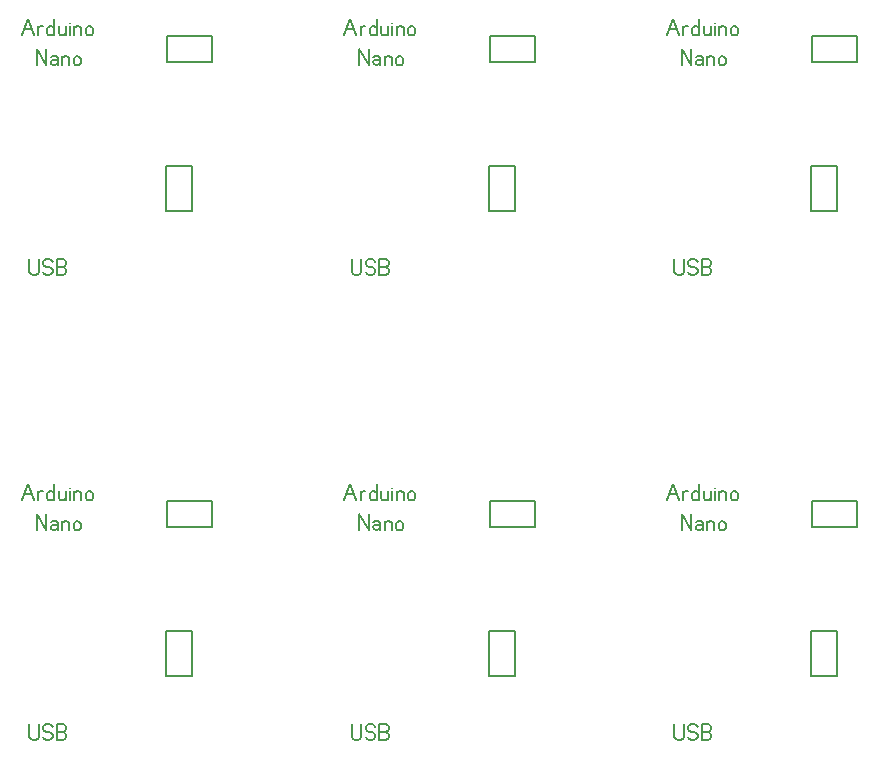
<source format=gbr>
%FSLAX34Y34*%
%MOMM*%
%LNSILK_TOP*%
G71*
G01*
%ADD10C, 0.150*%
%ADD11C, 0.167*%
%LPD*%
G54D10*
X211896Y-232396D02*
X211896Y-210396D01*
X249896Y-210396D01*
X249896Y-232396D01*
X211896Y-232396D01*
G54D10*
X211250Y-320700D02*
X233250Y-320700D01*
X233250Y-358700D01*
X211250Y-358700D01*
X211250Y-320700D01*
G54D11*
X95250Y-399417D02*
X95250Y-410250D01*
X96250Y-411917D01*
X98250Y-412750D01*
X100250Y-412750D01*
X102250Y-411917D01*
X103250Y-410250D01*
X103250Y-399417D01*
G54D11*
X106917Y-410250D02*
X107917Y-411917D01*
X109917Y-412750D01*
X111917Y-412750D01*
X113917Y-411917D01*
X114917Y-410250D01*
X114917Y-408583D01*
X113917Y-406917D01*
X111917Y-406083D01*
X109917Y-406083D01*
X107917Y-405250D01*
X106917Y-403583D01*
X106917Y-401917D01*
X107917Y-400250D01*
X109917Y-399417D01*
X111917Y-399417D01*
X113917Y-400250D01*
X114917Y-401917D01*
G54D11*
X118584Y-412750D02*
X118584Y-399417D01*
X123584Y-399417D01*
X125584Y-400250D01*
X126584Y-401917D01*
X126584Y-403583D01*
X125584Y-405250D01*
X123584Y-406083D01*
X125584Y-406917D01*
X126584Y-408583D01*
X126584Y-410250D01*
X125584Y-411917D01*
X123584Y-412750D01*
X118584Y-412750D01*
G54D11*
X118584Y-406083D02*
X123584Y-406083D01*
G54D11*
X88900Y-209550D02*
X93900Y-196217D01*
X98900Y-209550D01*
G54D11*
X90900Y-204550D02*
X96900Y-204550D01*
G54D11*
X102567Y-209550D02*
X102567Y-202050D01*
G54D11*
X102567Y-203717D02*
X104567Y-202050D01*
X106567Y-202050D01*
G54D11*
X116234Y-209550D02*
X116234Y-196217D01*
G54D11*
X116234Y-204217D02*
X115234Y-202550D01*
X113234Y-202050D01*
X111234Y-202550D01*
X110234Y-204217D01*
X110234Y-207550D01*
X111234Y-209217D01*
X113234Y-209550D01*
X115234Y-209217D01*
X116234Y-207550D01*
G54D11*
X125901Y-202050D02*
X125901Y-209550D01*
G54D11*
X125901Y-207883D02*
X124901Y-209217D01*
X122901Y-209550D01*
X120901Y-209217D01*
X119901Y-207883D01*
X119901Y-202050D01*
G54D11*
X129568Y-209550D02*
X129568Y-202050D01*
G54D11*
X129568Y-199550D02*
X129568Y-199550D01*
G54D11*
X133235Y-209550D02*
X133235Y-202050D01*
G54D11*
X133235Y-203717D02*
X134235Y-202550D01*
X136235Y-202050D01*
X138235Y-202550D01*
X139235Y-203717D01*
X139235Y-209550D01*
G54D11*
X148902Y-207550D02*
X148902Y-204217D01*
X147902Y-202550D01*
X145902Y-202050D01*
X143902Y-202550D01*
X142902Y-204217D01*
X142902Y-207550D01*
X143902Y-209217D01*
X145902Y-209550D01*
X147902Y-209217D01*
X148902Y-207550D01*
G54D11*
X101600Y-234950D02*
X101600Y-221617D01*
X109600Y-234950D01*
X109600Y-221617D01*
G54D11*
X113267Y-228283D02*
X115267Y-227450D01*
X117667Y-227450D01*
X119267Y-229117D01*
X119267Y-234950D01*
G54D11*
X119267Y-232450D02*
X118267Y-230783D01*
X116267Y-230450D01*
X114267Y-230783D01*
X113267Y-232450D01*
X113667Y-234117D01*
X115267Y-234950D01*
X116267Y-234950D01*
X116667Y-234950D01*
X118267Y-234117D01*
X119267Y-232450D01*
G54D11*
X122934Y-234950D02*
X122934Y-227450D01*
G54D11*
X122934Y-229117D02*
X123934Y-227950D01*
X125934Y-227450D01*
X127934Y-227950D01*
X128934Y-229117D01*
X128934Y-234950D01*
G54D11*
X138601Y-232950D02*
X138601Y-229617D01*
X137601Y-227950D01*
X135601Y-227450D01*
X133601Y-227950D01*
X132601Y-229617D01*
X132601Y-232950D01*
X133601Y-234617D01*
X135601Y-234950D01*
X137601Y-234617D01*
X138601Y-232950D01*
G54D10*
X484946Y-232396D02*
X484946Y-210396D01*
X522946Y-210396D01*
X522946Y-232396D01*
X484946Y-232396D01*
G54D10*
X484300Y-320700D02*
X506300Y-320700D01*
X506300Y-358700D01*
X484300Y-358700D01*
X484300Y-320700D01*
G54D11*
X368300Y-399417D02*
X368300Y-410250D01*
X369300Y-411917D01*
X371300Y-412750D01*
X373300Y-412750D01*
X375300Y-411917D01*
X376300Y-410250D01*
X376300Y-399417D01*
G54D11*
X379967Y-410250D02*
X380967Y-411917D01*
X382967Y-412750D01*
X384967Y-412750D01*
X386967Y-411917D01*
X387967Y-410250D01*
X387967Y-408583D01*
X386967Y-406917D01*
X384967Y-406083D01*
X382967Y-406083D01*
X380967Y-405250D01*
X379967Y-403583D01*
X379967Y-401917D01*
X380967Y-400250D01*
X382967Y-399417D01*
X384967Y-399417D01*
X386967Y-400250D01*
X387967Y-401917D01*
G54D11*
X391634Y-412750D02*
X391634Y-399417D01*
X396634Y-399417D01*
X398634Y-400250D01*
X399634Y-401917D01*
X399634Y-403583D01*
X398634Y-405250D01*
X396634Y-406083D01*
X398634Y-406917D01*
X399634Y-408583D01*
X399634Y-410250D01*
X398634Y-411917D01*
X396634Y-412750D01*
X391634Y-412750D01*
G54D11*
X391634Y-406083D02*
X396634Y-406083D01*
G54D11*
X361950Y-209550D02*
X366950Y-196217D01*
X371950Y-209550D01*
G54D11*
X363950Y-204550D02*
X369950Y-204550D01*
G54D11*
X375617Y-209550D02*
X375617Y-202050D01*
G54D11*
X375617Y-203717D02*
X377617Y-202050D01*
X379617Y-202050D01*
G54D11*
X389284Y-209550D02*
X389284Y-196217D01*
G54D11*
X389284Y-204217D02*
X388284Y-202550D01*
X386284Y-202050D01*
X384284Y-202550D01*
X383284Y-204217D01*
X383284Y-207550D01*
X384284Y-209217D01*
X386284Y-209550D01*
X388284Y-209217D01*
X389284Y-207550D01*
G54D11*
X398951Y-202050D02*
X398951Y-209550D01*
G54D11*
X398951Y-207883D02*
X397951Y-209217D01*
X395951Y-209550D01*
X393951Y-209217D01*
X392951Y-207883D01*
X392951Y-202050D01*
G54D11*
X402618Y-209550D02*
X402618Y-202050D01*
G54D11*
X402618Y-199550D02*
X402618Y-199550D01*
G54D11*
X406285Y-209550D02*
X406285Y-202050D01*
G54D11*
X406285Y-203717D02*
X407285Y-202550D01*
X409285Y-202050D01*
X411285Y-202550D01*
X412285Y-203717D01*
X412285Y-209550D01*
G54D11*
X421952Y-207550D02*
X421952Y-204217D01*
X420952Y-202550D01*
X418952Y-202050D01*
X416952Y-202550D01*
X415952Y-204217D01*
X415952Y-207550D01*
X416952Y-209217D01*
X418952Y-209550D01*
X420952Y-209217D01*
X421952Y-207550D01*
G54D11*
X374650Y-234950D02*
X374650Y-221617D01*
X382650Y-234950D01*
X382650Y-221617D01*
G54D11*
X386317Y-228283D02*
X388317Y-227450D01*
X390717Y-227450D01*
X392317Y-229117D01*
X392317Y-234950D01*
G54D11*
X392317Y-232450D02*
X391317Y-230783D01*
X389317Y-230450D01*
X387317Y-230783D01*
X386317Y-232450D01*
X386717Y-234117D01*
X388317Y-234950D01*
X389317Y-234950D01*
X389717Y-234950D01*
X391317Y-234117D01*
X392317Y-232450D01*
G54D11*
X395984Y-234950D02*
X395984Y-227450D01*
G54D11*
X395984Y-229117D02*
X396984Y-227950D01*
X398984Y-227450D01*
X400984Y-227950D01*
X401984Y-229117D01*
X401984Y-234950D01*
G54D11*
X411651Y-232950D02*
X411651Y-229617D01*
X410651Y-227950D01*
X408651Y-227450D01*
X406651Y-227950D01*
X405651Y-229617D01*
X405651Y-232950D01*
X406651Y-234617D01*
X408651Y-234950D01*
X410651Y-234617D01*
X411651Y-232950D01*
G54D10*
X757996Y-232396D02*
X757996Y-210396D01*
X795996Y-210396D01*
X795996Y-232396D01*
X757996Y-232396D01*
G54D10*
X757350Y-320700D02*
X779350Y-320700D01*
X779350Y-358700D01*
X757350Y-358700D01*
X757350Y-320700D01*
G54D11*
X641350Y-399417D02*
X641350Y-410250D01*
X642350Y-411917D01*
X644350Y-412750D01*
X646350Y-412750D01*
X648350Y-411917D01*
X649350Y-410250D01*
X649350Y-399417D01*
G54D11*
X653017Y-410250D02*
X654017Y-411917D01*
X656017Y-412750D01*
X658017Y-412750D01*
X660017Y-411917D01*
X661017Y-410250D01*
X661017Y-408583D01*
X660017Y-406917D01*
X658017Y-406083D01*
X656017Y-406083D01*
X654017Y-405250D01*
X653017Y-403583D01*
X653017Y-401917D01*
X654017Y-400250D01*
X656017Y-399417D01*
X658017Y-399417D01*
X660017Y-400250D01*
X661017Y-401917D01*
G54D11*
X664684Y-412750D02*
X664684Y-399417D01*
X669684Y-399417D01*
X671684Y-400250D01*
X672684Y-401917D01*
X672684Y-403583D01*
X671684Y-405250D01*
X669684Y-406083D01*
X671684Y-406917D01*
X672684Y-408583D01*
X672684Y-410250D01*
X671684Y-411917D01*
X669684Y-412750D01*
X664684Y-412750D01*
G54D11*
X664684Y-406083D02*
X669684Y-406083D01*
G54D11*
X635000Y-209550D02*
X640000Y-196217D01*
X645000Y-209550D01*
G54D11*
X637000Y-204550D02*
X643000Y-204550D01*
G54D11*
X648667Y-209550D02*
X648667Y-202050D01*
G54D11*
X648667Y-203717D02*
X650667Y-202050D01*
X652667Y-202050D01*
G54D11*
X662334Y-209550D02*
X662334Y-196217D01*
G54D11*
X662334Y-204217D02*
X661334Y-202550D01*
X659334Y-202050D01*
X657334Y-202550D01*
X656334Y-204217D01*
X656334Y-207550D01*
X657334Y-209217D01*
X659334Y-209550D01*
X661334Y-209217D01*
X662334Y-207550D01*
G54D11*
X672001Y-202050D02*
X672001Y-209550D01*
G54D11*
X672001Y-207883D02*
X671001Y-209217D01*
X669001Y-209550D01*
X667001Y-209217D01*
X666001Y-207883D01*
X666001Y-202050D01*
G54D11*
X675668Y-209550D02*
X675668Y-202050D01*
G54D11*
X675668Y-199550D02*
X675668Y-199550D01*
G54D11*
X679335Y-209550D02*
X679335Y-202050D01*
G54D11*
X679335Y-203717D02*
X680335Y-202550D01*
X682335Y-202050D01*
X684335Y-202550D01*
X685335Y-203717D01*
X685335Y-209550D01*
G54D11*
X695002Y-207550D02*
X695002Y-204217D01*
X694002Y-202550D01*
X692002Y-202050D01*
X690002Y-202550D01*
X689002Y-204217D01*
X689002Y-207550D01*
X690002Y-209217D01*
X692002Y-209550D01*
X694002Y-209217D01*
X695002Y-207550D01*
G54D11*
X647700Y-234950D02*
X647700Y-221617D01*
X655700Y-234950D01*
X655700Y-221617D01*
G54D11*
X659367Y-228283D02*
X661367Y-227450D01*
X663767Y-227450D01*
X665367Y-229117D01*
X665367Y-234950D01*
G54D11*
X665367Y-232450D02*
X664367Y-230783D01*
X662367Y-230450D01*
X660367Y-230783D01*
X659367Y-232450D01*
X659767Y-234117D01*
X661367Y-234950D01*
X662367Y-234950D01*
X662767Y-234950D01*
X664367Y-234117D01*
X665367Y-232450D01*
G54D11*
X669034Y-234950D02*
X669034Y-227450D01*
G54D11*
X669034Y-229117D02*
X670034Y-227950D01*
X672034Y-227450D01*
X674034Y-227950D01*
X675034Y-229117D01*
X675034Y-234950D01*
G54D11*
X684701Y-232950D02*
X684701Y-229617D01*
X683701Y-227950D01*
X681701Y-227450D01*
X679701Y-227950D01*
X678701Y-229617D01*
X678701Y-232950D01*
X679701Y-234617D01*
X681701Y-234950D01*
X683701Y-234617D01*
X684701Y-232950D01*
G54D10*
X211896Y-626096D02*
X211896Y-604096D01*
X249896Y-604096D01*
X249896Y-626096D01*
X211896Y-626096D01*
G54D10*
X211250Y-714400D02*
X233250Y-714400D01*
X233250Y-752400D01*
X211250Y-752400D01*
X211250Y-714400D01*
G54D11*
X95250Y-793117D02*
X95250Y-803950D01*
X96250Y-805617D01*
X98250Y-806450D01*
X100250Y-806450D01*
X102250Y-805617D01*
X103250Y-803950D01*
X103250Y-793117D01*
G54D11*
X106917Y-803950D02*
X107917Y-805617D01*
X109917Y-806450D01*
X111917Y-806450D01*
X113917Y-805617D01*
X114917Y-803950D01*
X114917Y-802283D01*
X113917Y-800617D01*
X111917Y-799783D01*
X109917Y-799783D01*
X107917Y-798950D01*
X106917Y-797283D01*
X106917Y-795617D01*
X107917Y-793950D01*
X109917Y-793117D01*
X111917Y-793117D01*
X113917Y-793950D01*
X114917Y-795617D01*
G54D11*
X118584Y-806450D02*
X118584Y-793117D01*
X123584Y-793117D01*
X125584Y-793950D01*
X126584Y-795617D01*
X126584Y-797283D01*
X125584Y-798950D01*
X123584Y-799783D01*
X125584Y-800617D01*
X126584Y-802283D01*
X126584Y-803950D01*
X125584Y-805617D01*
X123584Y-806450D01*
X118584Y-806450D01*
G54D11*
X118584Y-799783D02*
X123584Y-799783D01*
G54D11*
X88900Y-603250D02*
X93900Y-589917D01*
X98900Y-603250D01*
G54D11*
X90900Y-598250D02*
X96900Y-598250D01*
G54D11*
X102567Y-603250D02*
X102567Y-595750D01*
G54D11*
X102567Y-597417D02*
X104567Y-595750D01*
X106567Y-595750D01*
G54D11*
X116234Y-603250D02*
X116234Y-589917D01*
G54D11*
X116234Y-597917D02*
X115234Y-596250D01*
X113234Y-595750D01*
X111234Y-596250D01*
X110234Y-597917D01*
X110234Y-601250D01*
X111234Y-602917D01*
X113234Y-603250D01*
X115234Y-602917D01*
X116234Y-601250D01*
G54D11*
X125901Y-595750D02*
X125901Y-603250D01*
G54D11*
X125901Y-601583D02*
X124901Y-602917D01*
X122901Y-603250D01*
X120901Y-602917D01*
X119901Y-601583D01*
X119901Y-595750D01*
G54D11*
X129568Y-603250D02*
X129568Y-595750D01*
G54D11*
X129568Y-593250D02*
X129568Y-593250D01*
G54D11*
X133235Y-603250D02*
X133235Y-595750D01*
G54D11*
X133235Y-597417D02*
X134235Y-596250D01*
X136235Y-595750D01*
X138235Y-596250D01*
X139235Y-597417D01*
X139235Y-603250D01*
G54D11*
X148902Y-601250D02*
X148902Y-597917D01*
X147902Y-596250D01*
X145902Y-595750D01*
X143902Y-596250D01*
X142902Y-597917D01*
X142902Y-601250D01*
X143902Y-602917D01*
X145902Y-603250D01*
X147902Y-602917D01*
X148902Y-601250D01*
G54D11*
X101600Y-628650D02*
X101600Y-615317D01*
X109600Y-628650D01*
X109600Y-615317D01*
G54D11*
X113267Y-621983D02*
X115267Y-621150D01*
X117667Y-621150D01*
X119267Y-622817D01*
X119267Y-628650D01*
G54D11*
X119267Y-626150D02*
X118267Y-624483D01*
X116267Y-624150D01*
X114267Y-624483D01*
X113267Y-626150D01*
X113667Y-627817D01*
X115267Y-628650D01*
X116267Y-628650D01*
X116667Y-628650D01*
X118267Y-627817D01*
X119267Y-626150D01*
G54D11*
X122934Y-628650D02*
X122934Y-621150D01*
G54D11*
X122934Y-622817D02*
X123934Y-621650D01*
X125934Y-621150D01*
X127934Y-621650D01*
X128934Y-622817D01*
X128934Y-628650D01*
G54D11*
X138601Y-626650D02*
X138601Y-623317D01*
X137601Y-621650D01*
X135601Y-621150D01*
X133601Y-621650D01*
X132601Y-623317D01*
X132601Y-626650D01*
X133601Y-628317D01*
X135601Y-628650D01*
X137601Y-628317D01*
X138601Y-626650D01*
G54D10*
X484946Y-626096D02*
X484946Y-604096D01*
X522946Y-604096D01*
X522946Y-626096D01*
X484946Y-626096D01*
G54D10*
X484300Y-714400D02*
X506300Y-714400D01*
X506300Y-752400D01*
X484300Y-752400D01*
X484300Y-714400D01*
G54D11*
X368300Y-793117D02*
X368300Y-803950D01*
X369300Y-805617D01*
X371300Y-806450D01*
X373300Y-806450D01*
X375300Y-805617D01*
X376300Y-803950D01*
X376300Y-793117D01*
G54D11*
X379967Y-803950D02*
X380967Y-805617D01*
X382967Y-806450D01*
X384967Y-806450D01*
X386967Y-805617D01*
X387967Y-803950D01*
X387967Y-802283D01*
X386967Y-800617D01*
X384967Y-799783D01*
X382967Y-799783D01*
X380967Y-798950D01*
X379967Y-797283D01*
X379967Y-795617D01*
X380967Y-793950D01*
X382967Y-793117D01*
X384967Y-793117D01*
X386967Y-793950D01*
X387967Y-795617D01*
G54D11*
X391634Y-806450D02*
X391634Y-793117D01*
X396634Y-793117D01*
X398634Y-793950D01*
X399634Y-795617D01*
X399634Y-797283D01*
X398634Y-798950D01*
X396634Y-799783D01*
X398634Y-800617D01*
X399634Y-802283D01*
X399634Y-803950D01*
X398634Y-805617D01*
X396634Y-806450D01*
X391634Y-806450D01*
G54D11*
X391634Y-799783D02*
X396634Y-799783D01*
G54D11*
X361950Y-603250D02*
X366950Y-589917D01*
X371950Y-603250D01*
G54D11*
X363950Y-598250D02*
X369950Y-598250D01*
G54D11*
X375617Y-603250D02*
X375617Y-595750D01*
G54D11*
X375617Y-597417D02*
X377617Y-595750D01*
X379617Y-595750D01*
G54D11*
X389284Y-603250D02*
X389284Y-589917D01*
G54D11*
X389284Y-597917D02*
X388284Y-596250D01*
X386284Y-595750D01*
X384284Y-596250D01*
X383284Y-597917D01*
X383284Y-601250D01*
X384284Y-602917D01*
X386284Y-603250D01*
X388284Y-602917D01*
X389284Y-601250D01*
G54D11*
X398951Y-595750D02*
X398951Y-603250D01*
G54D11*
X398951Y-601583D02*
X397951Y-602917D01*
X395951Y-603250D01*
X393951Y-602917D01*
X392951Y-601583D01*
X392951Y-595750D01*
G54D11*
X402618Y-603250D02*
X402618Y-595750D01*
G54D11*
X402618Y-593250D02*
X402618Y-593250D01*
G54D11*
X406285Y-603250D02*
X406285Y-595750D01*
G54D11*
X406285Y-597417D02*
X407285Y-596250D01*
X409285Y-595750D01*
X411285Y-596250D01*
X412285Y-597417D01*
X412285Y-603250D01*
G54D11*
X421952Y-601250D02*
X421952Y-597917D01*
X420952Y-596250D01*
X418952Y-595750D01*
X416952Y-596250D01*
X415952Y-597917D01*
X415952Y-601250D01*
X416952Y-602917D01*
X418952Y-603250D01*
X420952Y-602917D01*
X421952Y-601250D01*
G54D11*
X374650Y-628650D02*
X374650Y-615317D01*
X382650Y-628650D01*
X382650Y-615317D01*
G54D11*
X386317Y-621983D02*
X388317Y-621150D01*
X390717Y-621150D01*
X392317Y-622817D01*
X392317Y-628650D01*
G54D11*
X392317Y-626150D02*
X391317Y-624483D01*
X389317Y-624150D01*
X387317Y-624483D01*
X386317Y-626150D01*
X386717Y-627817D01*
X388317Y-628650D01*
X389317Y-628650D01*
X389717Y-628650D01*
X391317Y-627817D01*
X392317Y-626150D01*
G54D11*
X395984Y-628650D02*
X395984Y-621150D01*
G54D11*
X395984Y-622817D02*
X396984Y-621650D01*
X398984Y-621150D01*
X400984Y-621650D01*
X401984Y-622817D01*
X401984Y-628650D01*
G54D11*
X411651Y-626650D02*
X411651Y-623317D01*
X410651Y-621650D01*
X408651Y-621150D01*
X406651Y-621650D01*
X405651Y-623317D01*
X405651Y-626650D01*
X406651Y-628317D01*
X408651Y-628650D01*
X410651Y-628317D01*
X411651Y-626650D01*
G54D10*
X757996Y-626096D02*
X757996Y-604096D01*
X795996Y-604096D01*
X795996Y-626096D01*
X757996Y-626096D01*
G54D10*
X757350Y-714400D02*
X779350Y-714400D01*
X779350Y-752400D01*
X757350Y-752400D01*
X757350Y-714400D01*
G54D11*
X641350Y-793117D02*
X641350Y-803950D01*
X642350Y-805617D01*
X644350Y-806450D01*
X646350Y-806450D01*
X648350Y-805617D01*
X649350Y-803950D01*
X649350Y-793117D01*
G54D11*
X653017Y-803950D02*
X654017Y-805617D01*
X656017Y-806450D01*
X658017Y-806450D01*
X660017Y-805617D01*
X661017Y-803950D01*
X661017Y-802283D01*
X660017Y-800617D01*
X658017Y-799783D01*
X656017Y-799783D01*
X654017Y-798950D01*
X653017Y-797283D01*
X653017Y-795617D01*
X654017Y-793950D01*
X656017Y-793117D01*
X658017Y-793117D01*
X660017Y-793950D01*
X661017Y-795617D01*
G54D11*
X664684Y-806450D02*
X664684Y-793117D01*
X669684Y-793117D01*
X671684Y-793950D01*
X672684Y-795617D01*
X672684Y-797283D01*
X671684Y-798950D01*
X669684Y-799783D01*
X671684Y-800617D01*
X672684Y-802283D01*
X672684Y-803950D01*
X671684Y-805617D01*
X669684Y-806450D01*
X664684Y-806450D01*
G54D11*
X664684Y-799783D02*
X669684Y-799783D01*
G54D11*
X635000Y-603250D02*
X640000Y-589917D01*
X645000Y-603250D01*
G54D11*
X637000Y-598250D02*
X643000Y-598250D01*
G54D11*
X648667Y-603250D02*
X648667Y-595750D01*
G54D11*
X648667Y-597417D02*
X650667Y-595750D01*
X652667Y-595750D01*
G54D11*
X662334Y-603250D02*
X662334Y-589917D01*
G54D11*
X662334Y-597917D02*
X661334Y-596250D01*
X659334Y-595750D01*
X657334Y-596250D01*
X656334Y-597917D01*
X656334Y-601250D01*
X657334Y-602917D01*
X659334Y-603250D01*
X661334Y-602917D01*
X662334Y-601250D01*
G54D11*
X672001Y-595750D02*
X672001Y-603250D01*
G54D11*
X672001Y-601583D02*
X671001Y-602917D01*
X669001Y-603250D01*
X667001Y-602917D01*
X666001Y-601583D01*
X666001Y-595750D01*
G54D11*
X675668Y-603250D02*
X675668Y-595750D01*
G54D11*
X675668Y-593250D02*
X675668Y-593250D01*
G54D11*
X679335Y-603250D02*
X679335Y-595750D01*
G54D11*
X679335Y-597417D02*
X680335Y-596250D01*
X682335Y-595750D01*
X684335Y-596250D01*
X685335Y-597417D01*
X685335Y-603250D01*
G54D11*
X695002Y-601250D02*
X695002Y-597917D01*
X694002Y-596250D01*
X692002Y-595750D01*
X690002Y-596250D01*
X689002Y-597917D01*
X689002Y-601250D01*
X690002Y-602917D01*
X692002Y-603250D01*
X694002Y-602917D01*
X695002Y-601250D01*
G54D11*
X647700Y-628650D02*
X647700Y-615317D01*
X655700Y-628650D01*
X655700Y-615317D01*
G54D11*
X659367Y-621983D02*
X661367Y-621150D01*
X663767Y-621150D01*
X665367Y-622817D01*
X665367Y-628650D01*
G54D11*
X665367Y-626150D02*
X664367Y-624483D01*
X662367Y-624150D01*
X660367Y-624483D01*
X659367Y-626150D01*
X659767Y-627817D01*
X661367Y-628650D01*
X662367Y-628650D01*
X662767Y-628650D01*
X664367Y-627817D01*
X665367Y-626150D01*
G54D11*
X669034Y-628650D02*
X669034Y-621150D01*
G54D11*
X669034Y-622817D02*
X670034Y-621650D01*
X672034Y-621150D01*
X674034Y-621650D01*
X675034Y-622817D01*
X675034Y-628650D01*
G54D11*
X684701Y-626650D02*
X684701Y-623317D01*
X683701Y-621650D01*
X681701Y-621150D01*
X679701Y-621650D01*
X678701Y-623317D01*
X678701Y-626650D01*
X679701Y-628317D01*
X681701Y-628650D01*
X683701Y-628317D01*
X684701Y-626650D01*
M02*

</source>
